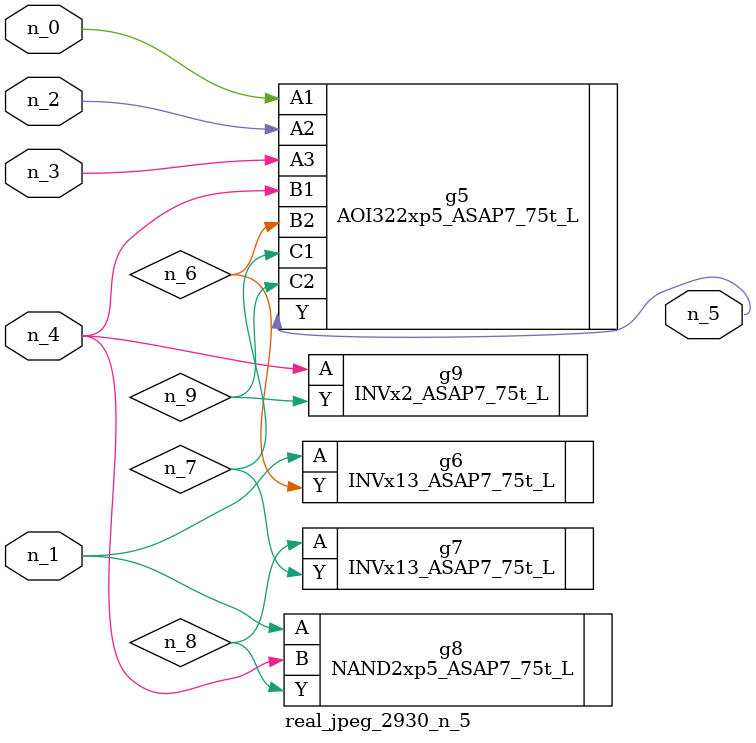
<source format=v>
module real_jpeg_2930_n_5 (n_4, n_0, n_1, n_2, n_3, n_5);

input n_4;
input n_0;
input n_1;
input n_2;
input n_3;

output n_5;

wire n_8;
wire n_6;
wire n_7;
wire n_9;

AOI322xp5_ASAP7_75t_L g5 ( 
.A1(n_0),
.A2(n_2),
.A3(n_3),
.B1(n_4),
.B2(n_6),
.C1(n_7),
.C2(n_9),
.Y(n_5)
);

INVx13_ASAP7_75t_L g6 ( 
.A(n_1),
.Y(n_6)
);

NAND2xp5_ASAP7_75t_L g8 ( 
.A(n_1),
.B(n_4),
.Y(n_8)
);

INVx2_ASAP7_75t_L g9 ( 
.A(n_4),
.Y(n_9)
);

INVx13_ASAP7_75t_L g7 ( 
.A(n_8),
.Y(n_7)
);


endmodule
</source>
